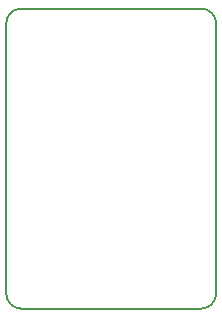
<source format=gbr>
G04 #@! TF.GenerationSoftware,KiCad,Pcbnew,(5.0-dev-4060-g28f1209ce)*
G04 #@! TF.CreationDate,2018-03-26T23:05:16+02:00*
G04 #@! TF.ProjectId,adafruit-smt-breakout-20-pin-SOICa-and-TSSOP,61646166727569742D736D742D627265,rev?*
G04 #@! TF.SameCoordinates,PX84416c0PY70ea400*
G04 #@! TF.FileFunction,Profile,NP*
%FSLAX46Y46*%
G04 Gerber Fmt 4.6, Leading zero omitted, Abs format (unit mm)*
G04 Created by KiCad (PCBNEW (5.0-dev-4060-g28f1209ce)) date Mon Mar 26 23:05:16 2018*
%MOMM*%
%LPD*%
G01*
G04 APERTURE LIST*
%ADD10C,0.150000*%
G04 APERTURE END LIST*
D10*
X931100Y1966400D02*
X931100Y24826400D01*
X2201100Y26096400D02*
G75*
G03X931100Y24826400I0J-1270000D01*
G01*
X2201100Y26096400D02*
X17441100Y26096400D01*
X18711100Y24826400D02*
G75*
G03X17441100Y26096400I-1270000J0D01*
G01*
X18711100Y24826400D02*
X18711100Y1966400D01*
X17441100Y696400D02*
G75*
G03X18711100Y1966400I0J1270000D01*
G01*
X17441100Y696400D02*
X2201100Y696400D01*
X931100Y1966400D02*
G75*
G03X2201100Y696400I1270000J0D01*
G01*
M02*

</source>
